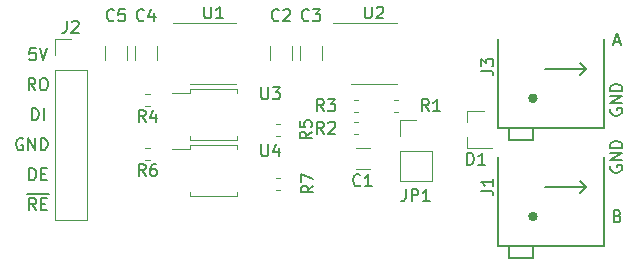
<source format=gbr>
G04 #@! TF.GenerationSoftware,KiCad,Pcbnew,(5.1.0-1220-ga833aeeac)*
G04 #@! TF.CreationDate,2019-07-18T01:02:23+03:00*
G04 #@! TF.ProjectId,proto_II_rs485,70726f74-6f5f-4494-995f-72733438352e,rev?*
G04 #@! TF.SameCoordinates,Original*
G04 #@! TF.FileFunction,Legend,Top*
G04 #@! TF.FilePolarity,Positive*
%FSLAX46Y46*%
G04 Gerber Fmt 4.6, Leading zero omitted, Abs format (unit mm)*
G04 Created by KiCad (PCBNEW (5.1.0-1220-ga833aeeac)) date 2019-07-18 01:02:23*
%MOMM*%
%LPD*%
G04 APERTURE LIST*
%ADD10C,0.150000*%
%ADD11C,0.120000*%
%ADD12C,0.400000*%
G04 APERTURE END LIST*
D10*
X75508000Y-56449904D02*
X75460380Y-56545142D01*
X75460380Y-56688000D01*
X75508000Y-56830857D01*
X75603238Y-56926095D01*
X75698476Y-56973714D01*
X75888952Y-57021333D01*
X76031809Y-57021333D01*
X76222285Y-56973714D01*
X76317523Y-56926095D01*
X76412761Y-56830857D01*
X76460380Y-56688000D01*
X76460380Y-56592761D01*
X76412761Y-56449904D01*
X76365142Y-56402285D01*
X76031809Y-56402285D01*
X76031809Y-56592761D01*
X76460380Y-55973714D02*
X75460380Y-55973714D01*
X76460380Y-55402285D01*
X75460380Y-55402285D01*
X76460380Y-54926095D02*
X75460380Y-54926095D01*
X75460380Y-54688000D01*
X75508000Y-54545142D01*
X75603238Y-54449904D01*
X75698476Y-54402285D01*
X75888952Y-54354666D01*
X76031809Y-54354666D01*
X76222285Y-54402285D01*
X76317523Y-54449904D01*
X76412761Y-54545142D01*
X76460380Y-54688000D01*
X76460380Y-54926095D01*
X75769904Y-45948666D02*
X76246095Y-45948666D01*
X75674666Y-46234380D02*
X76008000Y-45234380D01*
X76341333Y-46234380D01*
X75508000Y-51623904D02*
X75460380Y-51719142D01*
X75460380Y-51862000D01*
X75508000Y-52004857D01*
X75603238Y-52100095D01*
X75698476Y-52147714D01*
X75888952Y-52195333D01*
X76031809Y-52195333D01*
X76222285Y-52147714D01*
X76317523Y-52100095D01*
X76412761Y-52004857D01*
X76460380Y-51862000D01*
X76460380Y-51766761D01*
X76412761Y-51623904D01*
X76365142Y-51576285D01*
X76031809Y-51576285D01*
X76031809Y-51766761D01*
X76460380Y-51147714D02*
X75460380Y-51147714D01*
X76460380Y-50576285D01*
X75460380Y-50576285D01*
X76460380Y-50100095D02*
X75460380Y-50100095D01*
X75460380Y-49862000D01*
X75508000Y-49719142D01*
X75603238Y-49623904D01*
X75698476Y-49576285D01*
X75888952Y-49528666D01*
X76031809Y-49528666D01*
X76222285Y-49576285D01*
X76317523Y-49623904D01*
X76412761Y-49719142D01*
X76460380Y-49862000D01*
X76460380Y-50100095D01*
X76079428Y-60696571D02*
X76222285Y-60744190D01*
X76269904Y-60791809D01*
X76317523Y-60887047D01*
X76317523Y-61029904D01*
X76269904Y-61125142D01*
X76222285Y-61172761D01*
X76127047Y-61220380D01*
X75746095Y-61220380D01*
X75746095Y-60220380D01*
X76079428Y-60220380D01*
X76174666Y-60268000D01*
X76222285Y-60315619D01*
X76269904Y-60410857D01*
X76269904Y-60506095D01*
X76222285Y-60601333D01*
X76174666Y-60648952D01*
X76079428Y-60696571D01*
X75746095Y-60696571D01*
X26033619Y-58837000D02*
X27033619Y-58837000D01*
X26843142Y-60204380D02*
X26509809Y-59728190D01*
X26271714Y-60204380D02*
X26271714Y-59204380D01*
X26652666Y-59204380D01*
X26747904Y-59252000D01*
X26795523Y-59299619D01*
X26843142Y-59394857D01*
X26843142Y-59537714D01*
X26795523Y-59632952D01*
X26747904Y-59680571D01*
X26652666Y-59728190D01*
X26271714Y-59728190D01*
X27033619Y-58837000D02*
X27938380Y-58837000D01*
X27271714Y-59680571D02*
X27605047Y-59680571D01*
X27747904Y-60204380D02*
X27271714Y-60204380D01*
X27271714Y-59204380D01*
X27747904Y-59204380D01*
X26271714Y-57664380D02*
X26271714Y-56664380D01*
X26509809Y-56664380D01*
X26652666Y-56712000D01*
X26747904Y-56807238D01*
X26795523Y-56902476D01*
X26843142Y-57092952D01*
X26843142Y-57235809D01*
X26795523Y-57426285D01*
X26747904Y-57521523D01*
X26652666Y-57616761D01*
X26509809Y-57664380D01*
X26271714Y-57664380D01*
X27271714Y-57140571D02*
X27605047Y-57140571D01*
X27747904Y-57664380D02*
X27271714Y-57664380D01*
X27271714Y-56664380D01*
X27747904Y-56664380D01*
X25716095Y-54172000D02*
X25620857Y-54124380D01*
X25478000Y-54124380D01*
X25335142Y-54172000D01*
X25239904Y-54267238D01*
X25192285Y-54362476D01*
X25144666Y-54552952D01*
X25144666Y-54695809D01*
X25192285Y-54886285D01*
X25239904Y-54981523D01*
X25335142Y-55076761D01*
X25478000Y-55124380D01*
X25573238Y-55124380D01*
X25716095Y-55076761D01*
X25763714Y-55029142D01*
X25763714Y-54695809D01*
X25573238Y-54695809D01*
X26192285Y-55124380D02*
X26192285Y-54124380D01*
X26763714Y-55124380D01*
X26763714Y-54124380D01*
X27239904Y-55124380D02*
X27239904Y-54124380D01*
X27478000Y-54124380D01*
X27620857Y-54172000D01*
X27716095Y-54267238D01*
X27763714Y-54362476D01*
X27811333Y-54552952D01*
X27811333Y-54695809D01*
X27763714Y-54886285D01*
X27716095Y-54981523D01*
X27620857Y-55076761D01*
X27478000Y-55124380D01*
X27239904Y-55124380D01*
X26486000Y-52584380D02*
X26486000Y-51584380D01*
X26724095Y-51584380D01*
X26866952Y-51632000D01*
X26962190Y-51727238D01*
X27009809Y-51822476D01*
X27057428Y-52012952D01*
X27057428Y-52155809D01*
X27009809Y-52346285D01*
X26962190Y-52441523D01*
X26866952Y-52536761D01*
X26724095Y-52584380D01*
X26486000Y-52584380D01*
X27486000Y-52584380D02*
X27486000Y-51584380D01*
X26771714Y-50044380D02*
X26438380Y-49568190D01*
X26200285Y-50044380D02*
X26200285Y-49044380D01*
X26581238Y-49044380D01*
X26676476Y-49092000D01*
X26724095Y-49139619D01*
X26771714Y-49234857D01*
X26771714Y-49377714D01*
X26724095Y-49472952D01*
X26676476Y-49520571D01*
X26581238Y-49568190D01*
X26200285Y-49568190D01*
X27390761Y-49044380D02*
X27581238Y-49044380D01*
X27676476Y-49092000D01*
X27771714Y-49187238D01*
X27819333Y-49377714D01*
X27819333Y-49711047D01*
X27771714Y-49901523D01*
X27676476Y-49996761D01*
X27581238Y-50044380D01*
X27390761Y-50044380D01*
X27295523Y-49996761D01*
X27200285Y-49901523D01*
X27152666Y-49711047D01*
X27152666Y-49377714D01*
X27200285Y-49187238D01*
X27295523Y-49092000D01*
X27390761Y-49044380D01*
X26795523Y-46504380D02*
X26319333Y-46504380D01*
X26271714Y-46980571D01*
X26319333Y-46932952D01*
X26414571Y-46885333D01*
X26652666Y-46885333D01*
X26747904Y-46932952D01*
X26795523Y-46980571D01*
X26843142Y-47075809D01*
X26843142Y-47313904D01*
X26795523Y-47409142D01*
X26747904Y-47456761D01*
X26652666Y-47504380D01*
X26414571Y-47504380D01*
X26319333Y-47456761D01*
X26271714Y-47409142D01*
X27128857Y-46504380D02*
X27462190Y-47504380D01*
X27795523Y-46504380D01*
D11*
X34500000Y-46322936D02*
X34500000Y-47527064D01*
X32680000Y-46322936D02*
X32680000Y-47527064D01*
X37040000Y-46322936D02*
X37040000Y-47527064D01*
X35220000Y-46322936D02*
X35220000Y-47527064D01*
X51010000Y-46322936D02*
X51010000Y-47527064D01*
X49190000Y-46322936D02*
X49190000Y-47527064D01*
X48470000Y-46322936D02*
X48470000Y-47527064D01*
X46650000Y-46322936D02*
X46650000Y-47527064D01*
X41845000Y-58991000D02*
X43855000Y-58991000D01*
X43855000Y-58991000D02*
X43855000Y-58636000D01*
X41845000Y-58991000D02*
X39835000Y-58991000D01*
X39835000Y-58991000D02*
X39835000Y-58636000D01*
X41845000Y-54671000D02*
X43855000Y-54671000D01*
X43855000Y-54671000D02*
X43855000Y-55026000D01*
X41845000Y-54671000D02*
X39835000Y-54671000D01*
X39835000Y-54671000D02*
X39835000Y-55026000D01*
X39835000Y-55026000D02*
X38370000Y-55026000D01*
X41845000Y-54292000D02*
X43855000Y-54292000D01*
X43855000Y-54292000D02*
X43855000Y-53937000D01*
X41845000Y-54292000D02*
X39835000Y-54292000D01*
X39835000Y-54292000D02*
X39835000Y-53937000D01*
X41845000Y-49972000D02*
X43855000Y-49972000D01*
X43855000Y-49972000D02*
X43855000Y-50327000D01*
X41845000Y-49972000D02*
X39835000Y-49972000D01*
X39835000Y-49972000D02*
X39835000Y-50327000D01*
X39835000Y-50327000D02*
X38370000Y-50327000D01*
X55434000Y-49485000D02*
X57384000Y-49485000D01*
X55434000Y-49485000D02*
X53484000Y-49485000D01*
X55434000Y-44365000D02*
X57384000Y-44365000D01*
X55434000Y-44365000D02*
X51984000Y-44365000D01*
X41845000Y-49485000D02*
X43795000Y-49485000D01*
X41845000Y-49485000D02*
X39895000Y-49485000D01*
X41845000Y-44365000D02*
X43795000Y-44365000D01*
X41845000Y-44365000D02*
X38395000Y-44365000D01*
X47477267Y-58484000D02*
X47134733Y-58484000D01*
X47477267Y-57464000D02*
X47134733Y-57464000D01*
X36442267Y-55944000D02*
X36099733Y-55944000D01*
X36442267Y-54924000D02*
X36099733Y-54924000D01*
X47477267Y-53912000D02*
X47134733Y-53912000D01*
X47477267Y-52892000D02*
X47134733Y-52892000D01*
X36442267Y-51372000D02*
X36099733Y-51372000D01*
X36442267Y-50352000D02*
X36099733Y-50352000D01*
X53738733Y-50860000D02*
X54081267Y-50860000D01*
X53738733Y-51880000D02*
X54081267Y-51880000D01*
X53738733Y-52765000D02*
X54081267Y-52765000D01*
X53738733Y-53785000D02*
X54081267Y-53785000D01*
X57153733Y-50860000D02*
X57496267Y-50860000D01*
X57153733Y-51880000D02*
X57496267Y-51880000D01*
X57660000Y-57780000D02*
X60320000Y-57780000D01*
X57660000Y-55180000D02*
X57660000Y-57780000D01*
X60320000Y-55180000D02*
X60320000Y-57780000D01*
X57660000Y-55180000D02*
X60320000Y-55180000D01*
X57660000Y-53910000D02*
X57660000Y-52580000D01*
X57660000Y-52580000D02*
X58990000Y-52580000D01*
D10*
X73404998Y-48239999D02*
X72904998Y-47739999D01*
X72904998Y-48739999D02*
X73404998Y-48239999D01*
X73404998Y-48239999D02*
X72904998Y-48739999D01*
X69904998Y-48239999D02*
X73404998Y-48239999D01*
D12*
X69104998Y-50739999D02*
G75*
G03X69104998Y-50739999I-200000J0D01*
G01*
D10*
X65904998Y-53239999D02*
X65904998Y-45739999D01*
X74904998Y-53239999D02*
X74904998Y-45739999D01*
X65904998Y-53239999D02*
X74904998Y-53239999D01*
X66904998Y-53239999D02*
X66904998Y-54239999D01*
X66904998Y-54239999D02*
X68904998Y-54239999D01*
X68904998Y-54239999D02*
X68904998Y-53239999D01*
D11*
X28450000Y-61082000D02*
X31110000Y-61082000D01*
X28450000Y-48322000D02*
X28450000Y-61082000D01*
X31110000Y-48322000D02*
X31110000Y-61082000D01*
X28450000Y-48322000D02*
X31110000Y-48322000D01*
X28450000Y-47052000D02*
X28450000Y-45722000D01*
X28450000Y-45722000D02*
X29780000Y-45722000D01*
D10*
X73404998Y-58240000D02*
X72904998Y-57740000D01*
X72904998Y-58740000D02*
X73404998Y-58240000D01*
X73404998Y-58240000D02*
X72904998Y-58740000D01*
X69904998Y-58240000D02*
X73404998Y-58240000D01*
D12*
X69104998Y-60740000D02*
G75*
G03X69104998Y-60740000I-200000J0D01*
G01*
D10*
X65904998Y-63240000D02*
X65904998Y-55740000D01*
X74904998Y-63240000D02*
X74904998Y-55740000D01*
X65904998Y-63240000D02*
X74904998Y-63240000D01*
X66904998Y-63240000D02*
X66904998Y-64240000D01*
X66904998Y-64240000D02*
X68904998Y-64240000D01*
X68904998Y-64240000D02*
X68904998Y-63240000D01*
D11*
X63310000Y-51822000D02*
X63310000Y-52752000D01*
X63310000Y-54982000D02*
X63310000Y-54052000D01*
X63310000Y-54982000D02*
X65470000Y-54982000D01*
X63310000Y-51822000D02*
X64770000Y-51822000D01*
X53942936Y-54905000D02*
X55147064Y-54905000D01*
X53942936Y-56725000D02*
X55147064Y-56725000D01*
D10*
X33423333Y-44107142D02*
X33375714Y-44154761D01*
X33232857Y-44202380D01*
X33137619Y-44202380D01*
X32994761Y-44154761D01*
X32899523Y-44059523D01*
X32851904Y-43964285D01*
X32804285Y-43773809D01*
X32804285Y-43630952D01*
X32851904Y-43440476D01*
X32899523Y-43345238D01*
X32994761Y-43250000D01*
X33137619Y-43202380D01*
X33232857Y-43202380D01*
X33375714Y-43250000D01*
X33423333Y-43297619D01*
X34328095Y-43202380D02*
X33851904Y-43202380D01*
X33804285Y-43678571D01*
X33851904Y-43630952D01*
X33947142Y-43583333D01*
X34185238Y-43583333D01*
X34280476Y-43630952D01*
X34328095Y-43678571D01*
X34375714Y-43773809D01*
X34375714Y-44011904D01*
X34328095Y-44107142D01*
X34280476Y-44154761D01*
X34185238Y-44202380D01*
X33947142Y-44202380D01*
X33851904Y-44154761D01*
X33804285Y-44107142D01*
X35963333Y-44107142D02*
X35915714Y-44154761D01*
X35772857Y-44202380D01*
X35677619Y-44202380D01*
X35534761Y-44154761D01*
X35439523Y-44059523D01*
X35391904Y-43964285D01*
X35344285Y-43773809D01*
X35344285Y-43630952D01*
X35391904Y-43440476D01*
X35439523Y-43345238D01*
X35534761Y-43250000D01*
X35677619Y-43202380D01*
X35772857Y-43202380D01*
X35915714Y-43250000D01*
X35963333Y-43297619D01*
X36820476Y-43535714D02*
X36820476Y-44202380D01*
X36582380Y-43154761D02*
X36344285Y-43869047D01*
X36963333Y-43869047D01*
X49933333Y-44107142D02*
X49885714Y-44154761D01*
X49742857Y-44202380D01*
X49647619Y-44202380D01*
X49504761Y-44154761D01*
X49409523Y-44059523D01*
X49361904Y-43964285D01*
X49314285Y-43773809D01*
X49314285Y-43630952D01*
X49361904Y-43440476D01*
X49409523Y-43345238D01*
X49504761Y-43250000D01*
X49647619Y-43202380D01*
X49742857Y-43202380D01*
X49885714Y-43250000D01*
X49933333Y-43297619D01*
X50266666Y-43202380D02*
X50885714Y-43202380D01*
X50552380Y-43583333D01*
X50695238Y-43583333D01*
X50790476Y-43630952D01*
X50838095Y-43678571D01*
X50885714Y-43773809D01*
X50885714Y-44011904D01*
X50838095Y-44107142D01*
X50790476Y-44154761D01*
X50695238Y-44202380D01*
X50409523Y-44202380D01*
X50314285Y-44154761D01*
X50266666Y-44107142D01*
X47393333Y-44107142D02*
X47345714Y-44154761D01*
X47202857Y-44202380D01*
X47107619Y-44202380D01*
X46964761Y-44154761D01*
X46869523Y-44059523D01*
X46821904Y-43964285D01*
X46774285Y-43773809D01*
X46774285Y-43630952D01*
X46821904Y-43440476D01*
X46869523Y-43345238D01*
X46964761Y-43250000D01*
X47107619Y-43202380D01*
X47202857Y-43202380D01*
X47345714Y-43250000D01*
X47393333Y-43297619D01*
X47774285Y-43297619D02*
X47821904Y-43250000D01*
X47917142Y-43202380D01*
X48155238Y-43202380D01*
X48250476Y-43250000D01*
X48298095Y-43297619D01*
X48345714Y-43392857D01*
X48345714Y-43488095D01*
X48298095Y-43630952D01*
X47726666Y-44202380D01*
X48345714Y-44202380D01*
X45909095Y-54632380D02*
X45909095Y-55441904D01*
X45956714Y-55537142D01*
X46004333Y-55584761D01*
X46099571Y-55632380D01*
X46290047Y-55632380D01*
X46385285Y-55584761D01*
X46432904Y-55537142D01*
X46480523Y-55441904D01*
X46480523Y-54632380D01*
X47385285Y-54965714D02*
X47385285Y-55632380D01*
X47147190Y-54584761D02*
X46909095Y-55299047D01*
X47528142Y-55299047D01*
X45909095Y-49806380D02*
X45909095Y-50615904D01*
X45956714Y-50711142D01*
X46004333Y-50758761D01*
X46099571Y-50806380D01*
X46290047Y-50806380D01*
X46385285Y-50758761D01*
X46432904Y-50711142D01*
X46480523Y-50615904D01*
X46480523Y-49806380D01*
X46861476Y-49806380D02*
X47480523Y-49806380D01*
X47147190Y-50187333D01*
X47290047Y-50187333D01*
X47385285Y-50234952D01*
X47432904Y-50282571D01*
X47480523Y-50377809D01*
X47480523Y-50615904D01*
X47432904Y-50711142D01*
X47385285Y-50758761D01*
X47290047Y-50806380D01*
X47004333Y-50806380D01*
X46909095Y-50758761D01*
X46861476Y-50711142D01*
X54672095Y-42977380D02*
X54672095Y-43786904D01*
X54719714Y-43882142D01*
X54767333Y-43929761D01*
X54862571Y-43977380D01*
X55053047Y-43977380D01*
X55148285Y-43929761D01*
X55195904Y-43882142D01*
X55243523Y-43786904D01*
X55243523Y-42977380D01*
X55672095Y-43072619D02*
X55719714Y-43025000D01*
X55814952Y-42977380D01*
X56053047Y-42977380D01*
X56148285Y-43025000D01*
X56195904Y-43072619D01*
X56243523Y-43167857D01*
X56243523Y-43263095D01*
X56195904Y-43405952D01*
X55624476Y-43977380D01*
X56243523Y-43977380D01*
X41083095Y-42977380D02*
X41083095Y-43786904D01*
X41130714Y-43882142D01*
X41178333Y-43929761D01*
X41273571Y-43977380D01*
X41464047Y-43977380D01*
X41559285Y-43929761D01*
X41606904Y-43882142D01*
X41654523Y-43786904D01*
X41654523Y-42977380D01*
X42654523Y-43977380D02*
X42083095Y-43977380D01*
X42368809Y-43977380D02*
X42368809Y-42977380D01*
X42273571Y-43120238D01*
X42178333Y-43215476D01*
X42083095Y-43263095D01*
X50298380Y-58140666D02*
X49822190Y-58474000D01*
X50298380Y-58712095D02*
X49298380Y-58712095D01*
X49298380Y-58331142D01*
X49346000Y-58235904D01*
X49393619Y-58188285D01*
X49488857Y-58140666D01*
X49631714Y-58140666D01*
X49726952Y-58188285D01*
X49774571Y-58235904D01*
X49822190Y-58331142D01*
X49822190Y-58712095D01*
X49298380Y-57807333D02*
X49298380Y-57140666D01*
X50298380Y-57569238D01*
X36104333Y-57316380D02*
X35771000Y-56840190D01*
X35532904Y-57316380D02*
X35532904Y-56316380D01*
X35913857Y-56316380D01*
X36009095Y-56364000D01*
X36056714Y-56411619D01*
X36104333Y-56506857D01*
X36104333Y-56649714D01*
X36056714Y-56744952D01*
X36009095Y-56792571D01*
X35913857Y-56840190D01*
X35532904Y-56840190D01*
X36961476Y-56316380D02*
X36771000Y-56316380D01*
X36675761Y-56364000D01*
X36628142Y-56411619D01*
X36532904Y-56554476D01*
X36485285Y-56744952D01*
X36485285Y-57125904D01*
X36532904Y-57221142D01*
X36580523Y-57268761D01*
X36675761Y-57316380D01*
X36866238Y-57316380D01*
X36961476Y-57268761D01*
X37009095Y-57221142D01*
X37056714Y-57125904D01*
X37056714Y-56887809D01*
X37009095Y-56792571D01*
X36961476Y-56744952D01*
X36866238Y-56697333D01*
X36675761Y-56697333D01*
X36580523Y-56744952D01*
X36532904Y-56792571D01*
X36485285Y-56887809D01*
X50171380Y-53568666D02*
X49695190Y-53902000D01*
X50171380Y-54140095D02*
X49171380Y-54140095D01*
X49171380Y-53759142D01*
X49219000Y-53663904D01*
X49266619Y-53616285D01*
X49361857Y-53568666D01*
X49504714Y-53568666D01*
X49599952Y-53616285D01*
X49647571Y-53663904D01*
X49695190Y-53759142D01*
X49695190Y-54140095D01*
X49171380Y-52663904D02*
X49171380Y-53140095D01*
X49647571Y-53187714D01*
X49599952Y-53140095D01*
X49552333Y-53044857D01*
X49552333Y-52806761D01*
X49599952Y-52711523D01*
X49647571Y-52663904D01*
X49742809Y-52616285D01*
X49980904Y-52616285D01*
X50076142Y-52663904D01*
X50123761Y-52711523D01*
X50171380Y-52806761D01*
X50171380Y-53044857D01*
X50123761Y-53140095D01*
X50076142Y-53187714D01*
X36104333Y-52744380D02*
X35771000Y-52268190D01*
X35532904Y-52744380D02*
X35532904Y-51744380D01*
X35913857Y-51744380D01*
X36009095Y-51792000D01*
X36056714Y-51839619D01*
X36104333Y-51934857D01*
X36104333Y-52077714D01*
X36056714Y-52172952D01*
X36009095Y-52220571D01*
X35913857Y-52268190D01*
X35532904Y-52268190D01*
X36961476Y-52077714D02*
X36961476Y-52744380D01*
X36723380Y-51696761D02*
X36485285Y-52411047D01*
X37104333Y-52411047D01*
X51203333Y-51822380D02*
X50870000Y-51346190D01*
X50631904Y-51822380D02*
X50631904Y-50822380D01*
X51012857Y-50822380D01*
X51108095Y-50870000D01*
X51155714Y-50917619D01*
X51203333Y-51012857D01*
X51203333Y-51155714D01*
X51155714Y-51250952D01*
X51108095Y-51298571D01*
X51012857Y-51346190D01*
X50631904Y-51346190D01*
X51536666Y-50822380D02*
X52155714Y-50822380D01*
X51822380Y-51203333D01*
X51965238Y-51203333D01*
X52060476Y-51250952D01*
X52108095Y-51298571D01*
X52155714Y-51393809D01*
X52155714Y-51631904D01*
X52108095Y-51727142D01*
X52060476Y-51774761D01*
X51965238Y-51822380D01*
X51679523Y-51822380D01*
X51584285Y-51774761D01*
X51536666Y-51727142D01*
X51203333Y-53727380D02*
X50870000Y-53251190D01*
X50631904Y-53727380D02*
X50631904Y-52727380D01*
X51012857Y-52727380D01*
X51108095Y-52775000D01*
X51155714Y-52822619D01*
X51203333Y-52917857D01*
X51203333Y-53060714D01*
X51155714Y-53155952D01*
X51108095Y-53203571D01*
X51012857Y-53251190D01*
X50631904Y-53251190D01*
X51584285Y-52822619D02*
X51631904Y-52775000D01*
X51727142Y-52727380D01*
X51965238Y-52727380D01*
X52060476Y-52775000D01*
X52108095Y-52822619D01*
X52155714Y-52917857D01*
X52155714Y-53013095D01*
X52108095Y-53155952D01*
X51536666Y-53727380D01*
X52155714Y-53727380D01*
X60093333Y-51822380D02*
X59760000Y-51346190D01*
X59521904Y-51822380D02*
X59521904Y-50822380D01*
X59902857Y-50822380D01*
X59998095Y-50870000D01*
X60045714Y-50917619D01*
X60093333Y-51012857D01*
X60093333Y-51155714D01*
X60045714Y-51250952D01*
X59998095Y-51298571D01*
X59902857Y-51346190D01*
X59521904Y-51346190D01*
X61045714Y-51822380D02*
X60474285Y-51822380D01*
X60760000Y-51822380D02*
X60760000Y-50822380D01*
X60664761Y-50965238D01*
X60569523Y-51060476D01*
X60474285Y-51108095D01*
X58156666Y-58442380D02*
X58156666Y-59156666D01*
X58109047Y-59299523D01*
X58013809Y-59394761D01*
X57870952Y-59442380D01*
X57775714Y-59442380D01*
X58632857Y-59442380D02*
X58632857Y-58442380D01*
X59013809Y-58442380D01*
X59109047Y-58490000D01*
X59156666Y-58537619D01*
X59204285Y-58632857D01*
X59204285Y-58775714D01*
X59156666Y-58870952D01*
X59109047Y-58918571D01*
X59013809Y-58966190D01*
X58632857Y-58966190D01*
X60156666Y-59442380D02*
X59585238Y-59442380D01*
X59870952Y-59442380D02*
X59870952Y-58442380D01*
X59775714Y-58585238D01*
X59680476Y-58680476D01*
X59585238Y-58728095D01*
X64538380Y-48401333D02*
X65252666Y-48401333D01*
X65395523Y-48448952D01*
X65490761Y-48544190D01*
X65538380Y-48687047D01*
X65538380Y-48782285D01*
X64538380Y-48020380D02*
X64538380Y-47401333D01*
X64919333Y-47734666D01*
X64919333Y-47591809D01*
X64966952Y-47496571D01*
X65014571Y-47448952D01*
X65109809Y-47401333D01*
X65347904Y-47401333D01*
X65443142Y-47448952D01*
X65490761Y-47496571D01*
X65538380Y-47591809D01*
X65538380Y-47877523D01*
X65490761Y-47972761D01*
X65443142Y-48020380D01*
X29446666Y-44174380D02*
X29446666Y-44888666D01*
X29399047Y-45031523D01*
X29303809Y-45126761D01*
X29160952Y-45174380D01*
X29065714Y-45174380D01*
X29875238Y-44269619D02*
X29922857Y-44222000D01*
X30018095Y-44174380D01*
X30256190Y-44174380D01*
X30351428Y-44222000D01*
X30399047Y-44269619D01*
X30446666Y-44364857D01*
X30446666Y-44460095D01*
X30399047Y-44602952D01*
X29827619Y-45174380D01*
X30446666Y-45174380D01*
X64538380Y-58561333D02*
X65252666Y-58561333D01*
X65395523Y-58608952D01*
X65490761Y-58704190D01*
X65538380Y-58847047D01*
X65538380Y-58942285D01*
X65538380Y-57561333D02*
X65538380Y-58132761D01*
X65538380Y-57847047D02*
X64538380Y-57847047D01*
X64681238Y-57942285D01*
X64776476Y-58037523D01*
X64824095Y-58132761D01*
X63331904Y-56354380D02*
X63331904Y-55354380D01*
X63570000Y-55354380D01*
X63712857Y-55402000D01*
X63808095Y-55497238D01*
X63855714Y-55592476D01*
X63903333Y-55782952D01*
X63903333Y-55925809D01*
X63855714Y-56116285D01*
X63808095Y-56211523D01*
X63712857Y-56306761D01*
X63570000Y-56354380D01*
X63331904Y-56354380D01*
X64855714Y-56354380D02*
X64284285Y-56354380D01*
X64570000Y-56354380D02*
X64570000Y-55354380D01*
X64474761Y-55497238D01*
X64379523Y-55592476D01*
X64284285Y-55640095D01*
X54287833Y-58077142D02*
X54240214Y-58124761D01*
X54097357Y-58172380D01*
X54002119Y-58172380D01*
X53859261Y-58124761D01*
X53764023Y-58029523D01*
X53716404Y-57934285D01*
X53668785Y-57743809D01*
X53668785Y-57600952D01*
X53716404Y-57410476D01*
X53764023Y-57315238D01*
X53859261Y-57220000D01*
X54002119Y-57172380D01*
X54097357Y-57172380D01*
X54240214Y-57220000D01*
X54287833Y-57267619D01*
X55240214Y-58172380D02*
X54668785Y-58172380D01*
X54954500Y-58172380D02*
X54954500Y-57172380D01*
X54859261Y-57315238D01*
X54764023Y-57410476D01*
X54668785Y-57458095D01*
M02*

</source>
